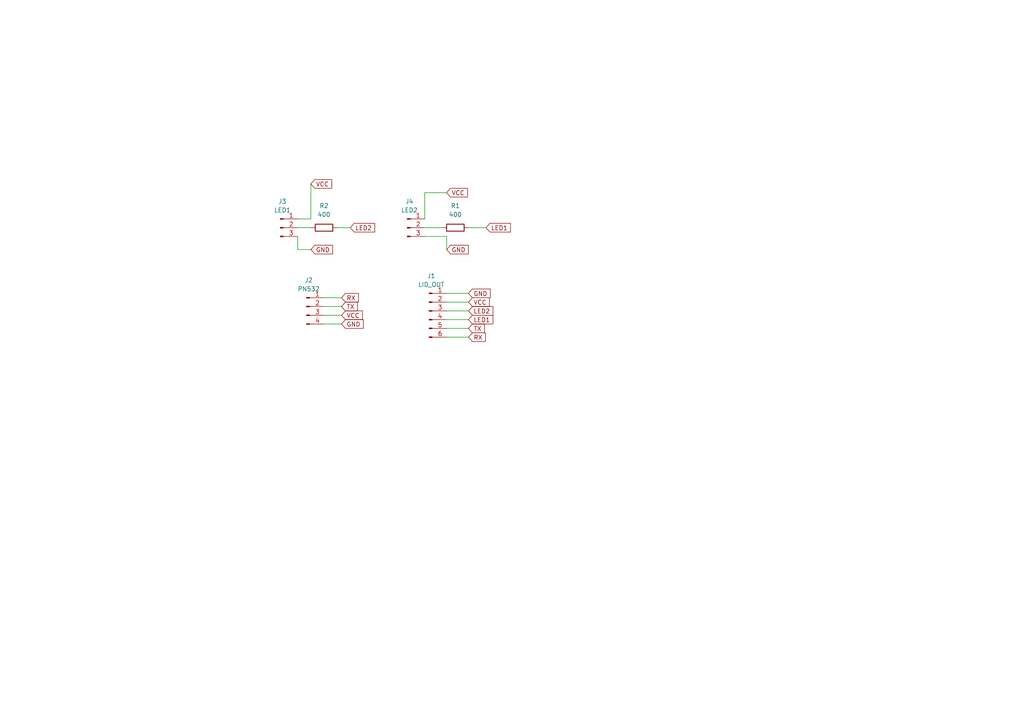
<source format=kicad_sch>
(kicad_sch (version 20231120) (generator "eeschema") (generator_version "8.0")
  (paper "A4")
  (lib_symbols
    (symbol "Connector:Conn_01x03_Pin" (pin_names (offset 1.016) hide)
      (property "Reference" "J" (at 0 5.08 0))
      (property "Value" "Conn_01x03_Pin" (at 0 -5.08 0))
      (symbol "Conn_01x03_Pin_1_1"
        (polyline (pts (xy 1.27 -2.54) (xy 0.8636 -2.54)) (stroke (width 0.1524)))
        (polyline (pts (xy 1.27 0) (xy 0.8636 0)) (stroke (width 0.1524)))
        (polyline (pts (xy 1.27 2.54) (xy 0.8636 2.54)) (stroke (width 0.1524)))
        (rectangle (start 0.8636 -2.413) (end 0 -2.667) (stroke (width 0.1524)) (fill (type outline)))
        (rectangle (start 0.8636 0.127) (end 0 -0.127) (stroke (width 0.1524)) (fill (type outline)))
        (rectangle (start 0.8636 2.667) (end 0 2.413) (stroke (width 0.1524)) (fill (type outline)))
        (pin passive line (at 5.08 2.54 180) (length 3.81) (name "Pin_1") (number "1"))
        (pin passive line (at 5.08 0 180) (length 3.81) (name "Pin_2") (number "2"))
        (pin passive line (at 5.08 -2.54 180) (length 3.81) (name "Pin_3") (number "3"))
      )
    )
    (symbol "Connector:Conn_01x04_Pin" (pin_names (offset 1.016) hide)
      (property "Reference" "J" (at 0 5.08 0))
      (property "Value" "Conn_01x04_Pin" (at 0 -7.62 0))
      (symbol "Conn_01x04_Pin_1_1"
        (polyline (pts (xy 1.27 -5.08) (xy 0.8636 -5.08)) (stroke (width 0.1524)))
        (polyline (pts (xy 1.27 -2.54) (xy 0.8636 -2.54)) (stroke (width 0.1524)))
        (polyline (pts (xy 1.27 0) (xy 0.8636 0)) (stroke (width 0.1524)))
        (polyline (pts (xy 1.27 2.54) (xy 0.8636 2.54)) (stroke (width 0.1524)))
        (rectangle (start 0.8636 -4.953) (end 0 -5.207) (stroke (width 0.1524)) (fill (type outline)))
        (rectangle (start 0.8636 -2.413) (end 0 -2.667) (stroke (width 0.1524)) (fill (type outline)))
        (rectangle (start 0.8636 0.127) (end 0 -0.127) (stroke (width 0.1524)) (fill (type outline)))
        (rectangle (start 0.8636 2.667) (end 0 2.413) (stroke (width 0.1524)) (fill (type outline)))
        (pin passive line (at 5.08 2.54 180) (length 3.81) (name "Pin_1") (number "1"))
        (pin passive line (at 5.08 0 180) (length 3.81) (name "Pin_2") (number "2"))
        (pin passive line (at 5.08 -2.54 180) (length 3.81) (name "Pin_3") (number "3"))
        (pin passive line (at 5.08 -5.08 180) (length 3.81) (name "Pin_4") (number "4"))
      )
    )
    (symbol "Connector:Conn_01x06_Pin" (pin_names (offset 1.016) hide)
      (property "Reference" "J" (at 0 7.62 0))
      (property "Value" "Conn_01x06_Pin" (at 0 -10.16 0))
      (symbol "Conn_01x06_Pin_1_1"
        (polyline (pts (xy 1.27 -7.62) (xy 0.8636 -7.62)) (stroke (width 0.1524)))
        (polyline (pts (xy 1.27 -5.08) (xy 0.8636 -5.08)) (stroke (width 0.1524)))
        (polyline (pts (xy 1.27 -2.54) (xy 0.8636 -2.54)) (stroke (width 0.1524)))
        (polyline (pts (xy 1.27 0) (xy 0.8636 0)) (stroke (width 0.1524)))
        (polyline (pts (xy 1.27 2.54) (xy 0.8636 2.54)) (stroke (width 0.1524)))
        (polyline (pts (xy 1.27 5.08) (xy 0.8636 5.08)) (stroke (width 0.1524)))
        (rectangle (start 0.8636 -7.493) (end 0 -7.747) (stroke (width 0.1524)) (fill (type outline)))
        (rectangle (start 0.8636 -4.953) (end 0 -5.207) (stroke (width 0.1524)) (fill (type outline)))
        (rectangle (start 0.8636 -2.413) (end 0 -2.667) (stroke (width 0.1524)) (fill (type outline)))
        (rectangle (start 0.8636 0.127) (end 0 -0.127) (stroke (width 0.1524)) (fill (type outline)))
        (rectangle (start 0.8636 2.667) (end 0 2.413) (stroke (width 0.1524)) (fill (type outline)))
        (rectangle (start 0.8636 5.207) (end 0 4.953) (stroke (width 0.1524)) (fill (type outline)))
        (pin passive line (at 5.08 5.08 180) (length 3.81) (name "Pin_1") (number "1"))
        (pin passive line (at 5.08 2.54 180) (length 3.81) (name "Pin_2") (number "2"))
        (pin passive line (at 5.08 0 180) (length 3.81) (name "Pin_3") (number "3"))
        (pin passive line (at 5.08 -2.54 180) (length 3.81) (name "Pin_4") (number "4"))
        (pin passive line (at 5.08 -5.08 180) (length 3.81) (name "Pin_5") (number "5"))
        (pin passive line (at 5.08 -7.62 180) (length 3.81) (name "Pin_6") (number "6"))
      )
    )
    (symbol "Device:R" (pin_numbers hide) (pin_names (offset 0))
      (property "Reference" "R" (at 2.032 0 90))
      (property "Value" "R" (at 0 0 90))
      (symbol "R_0_1"
        (rectangle (start -1.016 -2.54) (end 1.016 2.54) (stroke (width 0.254)))
      )
      (symbol "R_1_1"
        (pin passive line (at 0 3.81 270) (length 1.27) (name "~") (number "1"))
        (pin passive line (at 0 -3.81 90) (length 1.27) (name "~") (number "2"))
      )
    )
  )
  (wire (pts (xy 93.98 91.44) (xy 99.06 91.44)))
  (wire (pts (xy 129.54 97.79) (xy 135.89 97.79)))
  (wire (pts (xy 129.54 90.17) (xy 135.89 90.17)))
  (wire (pts (xy 129.54 55.88) (xy 123.19 55.88)))
  (wire (pts (xy 129.54 68.58) (xy 129.54 72.39)))
  (wire (pts (xy 97.79 66.04) (xy 101.6 66.04)))
  (wire (pts (xy 123.19 68.58) (xy 129.54 68.58)))
  (wire (pts (xy 93.98 88.9) (xy 99.06 88.9)))
  (wire (pts (xy 129.54 85.09) (xy 135.89 85.09)))
  (wire (pts (xy 86.36 66.04) (xy 90.17 66.04)))
  (wire (pts (xy 93.98 86.36) (xy 99.06 86.36)))
  (wire (pts (xy 86.36 72.39) (xy 90.17 72.39)))
  (wire (pts (xy 86.36 68.58) (xy 86.36 72.39)))
  (wire (pts (xy 129.54 95.25) (xy 135.89 95.25)))
  (wire (pts (xy 129.54 92.71) (xy 135.89 92.71)))
  (wire (pts (xy 135.89 66.04) (xy 140.97 66.04)))
  (wire (pts (xy 93.98 93.98) (xy 99.06 93.98)))
  (wire (pts (xy 123.19 55.88) (xy 123.19 63.5)))
  (wire (pts (xy 86.36 63.5) (xy 90.17 63.5)))
  (wire (pts (xy 90.17 63.5) (xy 90.17 53.34)))
  (wire (pts (xy 129.54 87.63) (xy 135.89 87.63)))
  (wire (pts (xy 123.19 66.04) (xy 128.27 66.04)))
  (global_label "RX" (shape input) (at 99.06 86.36 0) (property "Intersheetrefs" "${INTERSHEET_REFS}" (effects (hide yes))))
  (global_label "GND" (shape input) (at 129.54 72.39 0) (property "Intersheetrefs" "${INTERSHEET_REFS}" (effects (hide yes))))
  (global_label "VCC" (shape input) (at 129.54 55.88 0) (property "Intersheetrefs" "${INTERSHEET_REFS}" (effects (hide yes))))
  (global_label "LED1" (shape input) (at 135.89 92.71 0) (property "Intersheetrefs" "${INTERSHEET_REFS}" (effects (hide yes))))
  (global_label "LED2" (shape input) (at 135.89 90.17 0) (property "Intersheetrefs" "${INTERSHEET_REFS}" (effects (hide yes))))
  (global_label "VCC" (shape input) (at 135.89 87.63 0) (property "Intersheetrefs" "${INTERSHEET_REFS}" (effects (hide yes))))
  (global_label "TX" (shape input) (at 135.89 95.25 0) (property "Intersheetrefs" "${INTERSHEET_REFS}" (effects (hide yes))))
  (global_label "LED2" (shape input) (at 101.6 66.04 0) (property "Intersheetrefs" "${INTERSHEET_REFS}" (effects (hide yes))))
  (global_label "GND" (shape input) (at 90.17 72.39 0) (property "Intersheetrefs" "${INTERSHEET_REFS}" (effects (hide yes))))
  (global_label "GND" (shape input) (at 135.89 85.09 0) (property "Intersheetrefs" "${INTERSHEET_REFS}" (effects (hide yes))))
  (global_label "LED1" (shape input) (at 140.97 66.04 0) (property "Intersheetrefs" "${INTERSHEET_REFS}" (effects (hide yes))))
  (global_label "RX" (shape input) (at 135.89 97.79 0) (property "Intersheetrefs" "${INTERSHEET_REFS}" (effects (hide yes))))
  (global_label "TX" (shape input) (at 99.06 88.9 0) (property "Intersheetrefs" "${INTERSHEET_REFS}" (effects (hide yes))))
  (global_label "GND" (shape input) (at 99.06 93.98 0) (property "Intersheetrefs" "${INTERSHEET_REFS}" (effects (hide yes))))
  (global_label "VCC" (shape input) (at 90.17 53.34 0) (property "Intersheetrefs" "${INTERSHEET_REFS}" (effects (hide yes))))
  (global_label "VCC" (shape input) (at 99.06 91.44 0) (property "Intersheetrefs" "${INTERSHEET_REFS}" (effects (hide yes))))
  (symbol (lib_id "Device:R") (at 93.98 66.04 90) (unit 1)
    (property "Reference" "R2" (at 93.98 59.69 90))
    (property "Value" "400" (at 93.98 62.23 90))
    (property "Footprint" "Resistor_THT:R_Axial_DIN0204_L3.6mm_D1.6mm_P7.62mm_Horizontal" (effects (hide yes)))
    (property "Description" "Resistor" (effects (hide yes)))
  )
  (symbol (lib_id "Connector:Conn_01x03_Pin") (at 81.28 66.04 0) (unit 1)
    (property "Reference" "J3" (at 81.915 58.42 0))
    (property "Value" "LED1" (at 81.915 60.96 0))
    (property "Footprint" "Connector_PinHeader_2.54mm:PinHeader_1x03_P2.54mm_Vertical" (effects (hide yes)))
    (property "Description" "Generic connector, single row, 01x03, script generated" (effects (hide yes)))
  )
  (symbol (lib_id "Connector:Conn_01x06_Pin") (at 124.46 90.17 0) (unit 1)
    (property "Reference" "J1" (at 125.095 80.01 0))
    (property "Value" "LID_OUT" (at 125.095 82.55 0))
    (property "Footprint" "Connector_PinHeader_2.54mm:PinHeader_1x06_P2.54mm_Horizontal" (effects (hide yes)))
    (property "Description" "Generic connector, single row, 01x06, script generated" (effects (hide yes)))
  )
  (symbol (lib_id "Device:R") (at 132.08 66.04 90) (unit 1)
    (property "Reference" "R1" (at 132.08 59.69 90))
    (property "Value" "400" (at 132.08 62.23 90))
    (property "Footprint" "Resistor_THT:R_Axial_DIN0204_L3.6mm_D1.6mm_P7.62mm_Horizontal" (effects (hide yes)))
    (property "Description" "Resistor" (effects (hide yes)))
  )
  (symbol (lib_id "Connector:Conn_01x04_Pin") (at 88.9 88.9 0) (unit 1)
    (property "Reference" "J2" (at 89.535 81.28 0))
    (property "Value" "PN532" (at 89.535 83.82 0))
    (property "Footprint" "Connector_PinHeader_2.54mm:PinHeader_1x04_P2.54mm_Vertical" (effects (hide yes)))
    (property "Description" "Generic connector, single row, 01x04, script generated" (effects (hide yes)))
  )
  (symbol (lib_id "Connector:Conn_01x03_Pin") (at 118.11 66.04 0) (unit 1)
    (property "Reference" "J4" (at 118.745 58.42 0))
    (property "Value" "LED2" (at 118.745 60.96 0))
    (property "Footprint" "Connector_PinHeader_2.54mm:PinHeader_1x03_P2.54mm_Vertical" (effects (hide yes)))
    (property "Description" "Generic connector, single row, 01x03, script generated" (effects (hide yes)))
  )
)
</source>
